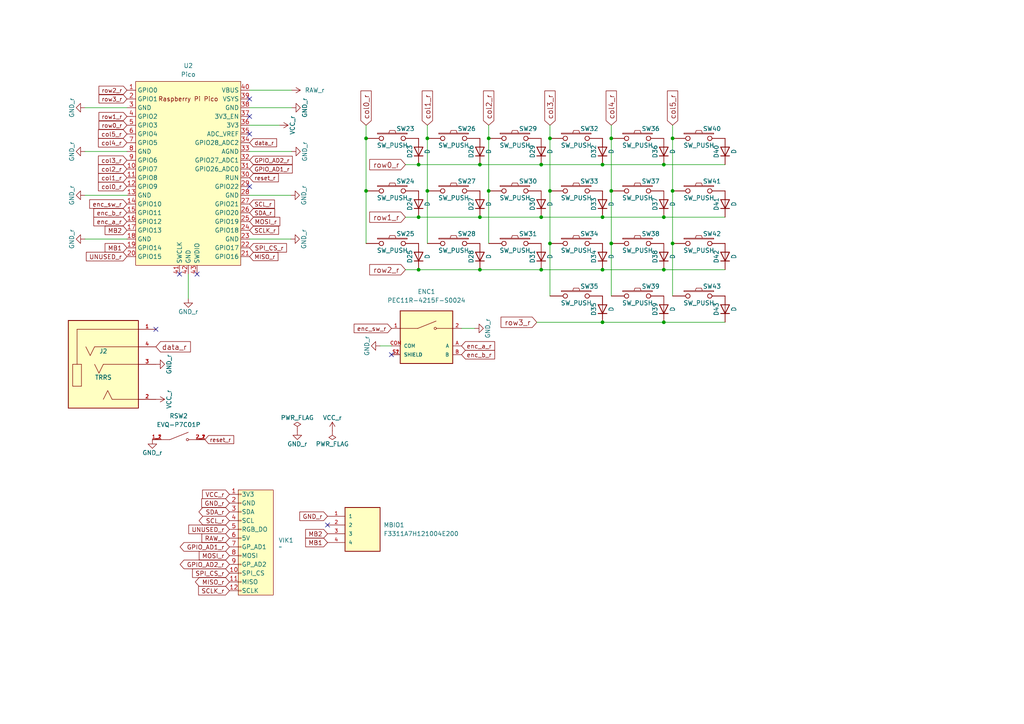
<source format=kicad_sch>
(kicad_sch (version 20250114) (generator "eeschema") (generator_version "9.0")
  (paper "A4")
  (title_block (title "Sandevistan43") (date "2025-06-10") (rev "0.2") (company "islathehut") (comment 1 "Right Side"))
  (lib_symbols
    (symbol "Device:D" (pin_numbers (hide yes)) (pin_names (offset 1.016) (hide yes))
      (property "Reference" "D" (at 0 2.54 0))
      (property "Value" "D" (at 0 -2.54 0))
      (symbol "D_0_1"
        (polyline (pts (xy -1.27 1.27) (xy -1.27 -1.27)) (stroke (width 0.254)))
        (polyline (pts (xy 1.27 1.27) (xy 1.27 -1.27) (xy -1.27 0) (xy 1.27 1.27)) (stroke (width 0.254)))
        (polyline (pts (xy 1.27 0) (xy -1.27 0)))
      )
      (symbol "D_1_1"
        (pin passive line (at -3.81 0 0) (length 2.54) (name "K") (number "1"))
        (pin passive line (at 3.81 0 180) (length 2.54) (name "A") (number "2"))
      )
    )
    (symbol "EVQ-P7C01P:EVQ-P7C01P" (pin_names (offset 1.016))
      (property "Reference" "S" (at -2.54 2.54 0))
      (property "Value" "EVQ-P7C01P" (at -2.54 -2.54 0))
      (symbol "EVQ-P7C01P_0_0"
        (polyline (pts (xy -2.54 0) (xy -5.08 0)) (stroke (width 0.1524)))
        (polyline (pts (xy -2.54 0) (xy 2.794 2.1336)) (stroke (width 0.1524)))
        (circle (center 2.54 0) (radius 0.3302) (stroke (width 0.1524)))
        (polyline (pts (xy 5.08 0) (xy 2.921 0)) (stroke (width 0.1524)))
        (pin passive line (at -7.62 0 0) (length 2.54) (name "~") (number "1_1"))
        (pin passive line (at -7.62 0 0) (length 2.54) (name "~") (number "1_2"))
        (pin passive line (at 7.62 0 180) (length 2.54) (name "~") (number "2_1"))
        (pin passive line (at 7.62 0 180) (length 2.54) (name "~") (number "2_2"))
      )
    )
    (symbol "F3311A7H121004E200:F3311A7H121004E200" (pin_names (offset 1.016))
      (property "Reference" "J" (at -5.08 5.842 0))
      (property "Value" "F3311A7H121004E200" (at -5.08 -10.16 0))
      (symbol "F3311A7H121004E200_0_0"
        (rectangle (start -5.08 -7.62) (end 5.08 5.08) (stroke (width 0.254)) (fill (type background)))
        (pin passive line (at -10.16 2.54 0) (length 5.08) (name "1") (number "1"))
        (pin passive line (at -10.16 0 0) (length 5.08) (name "2") (number "2"))
        (pin passive line (at -10.16 -2.54 0) (length 5.08) (name "3") (number "3"))
        (pin passive line (at -10.16 -5.08 0) (length 5.08) (name "4") (number "4"))
      )
    )
    (symbol "MCU_RaspberryPi_and_Boards:Pico"
      (property "Reference" "U" (at -13.97 27.94 0))
      (property "Value" "Pico" (at 0 19.05 0))
      (symbol "Pico_0_0"
        (text "Raspberry Pi Pico" (at 0 21.59 0) (effects (font (size 1.27 1.27))))
      )
      (symbol "Pico_0_1"
        (rectangle (start -15.24 26.67) (end 15.24 -26.67) (fill (type background)))
      )
      (symbol "Pico_1_1"
        (pin bidirectional line (at -17.78 24.13 0) (length 2.54) (name "GPIO0") (number "1"))
        (pin bidirectional line (at -17.78 21.59 0) (length 2.54) (name "GPIO1") (number "2"))
        (pin power_in line (at -17.78 19.05 0) (length 2.54) (name "GND") (number "3"))
        (pin bidirectional line (at -17.78 16.51 0) (length 2.54) (name "GPIO2") (number "4"))
        (pin bidirectional line (at -17.78 13.97 0) (length 2.54) (name "GPIO3") (number "5"))
        (pin bidirectional line (at -17.78 11.43 0) (length 2.54) (name "GPIO4") (number "6"))
        (pin bidirectional line (at -17.78 8.89 0) (length 2.54) (name "GPIO5") (number "7"))
        (pin power_in line (at -17.78 6.35 0) (length 2.54) (name "GND") (number "8"))
        (pin bidirectional line (at -17.78 3.81 0) (length 2.54) (name "GPIO6") (number "9"))
        (pin bidirectional line (at -17.78 1.27 0) (length 2.54) (name "GPIO7") (number "10"))
        (pin bidirectional line (at -17.78 -1.27 0) (length 2.54) (name "GPIO8") (number "11"))
        (pin bidirectional line (at -17.78 -3.81 0) (length 2.54) (name "GPIO9") (number "12"))
        (pin power_in line (at -17.78 -6.35 0) (length 2.54) (name "GND") (number "13"))
        (pin bidirectional line (at -17.78 -8.89 0) (length 2.54) (name "GPIO10") (number "14"))
        (pin bidirectional line (at -17.78 -11.43 0) (length 2.54) (name "GPIO11") (number "15"))
        (pin bidirectional line (at -17.78 -13.97 0) (length 2.54) (name "GPIO12") (number "16"))
        (pin bidirectional line (at -17.78 -16.51 0) (length 2.54) (name "GPIO13") (number "17"))
        (pin power_in line (at -17.78 -19.05 0) (length 2.54) (name "GND") (number "18"))
        (pin bidirectional line (at -17.78 -21.59 0) (length 2.54) (name "GPIO14") (number "19"))
        (pin bidirectional line (at -17.78 -24.13 0) (length 2.54) (name "GPIO15") (number "20"))
        (pin input line (at -2.54 -29.21 90) (length 2.54) (name "SWCLK") (number "41"))
        (pin power_in line (at 0 -29.21 90) (length 2.54) (name "GND") (number "42"))
        (pin bidirectional line (at 2.54 -29.21 90) (length 2.54) (name "SWDIO") (number "43"))
        (pin power_in line (at 17.78 24.13 180) (length 2.54) (name "VBUS") (number "40"))
        (pin power_in line (at 17.78 21.59 180) (length 2.54) (name "VSYS") (number "39"))
        (pin bidirectional line (at 17.78 19.05 180) (length 2.54) (name "GND") (number "38"))
        (pin input line (at 17.78 16.51 180) (length 2.54) (name "3V3_EN") (number "37"))
        (pin power_in line (at 17.78 13.97 180) (length 2.54) (name "3V3") (number "36"))
        (pin power_in line (at 17.78 11.43 180) (length 2.54) (name "ADC_VREF") (number "35"))
        (pin bidirectional line (at 17.78 8.89 180) (length 2.54) (name "GPIO28_ADC2") (number "34"))
        (pin power_in line (at 17.78 6.35 180) (length 2.54) (name "AGND") (number "33"))
        (pin bidirectional line (at 17.78 3.81 180) (length 2.54) (name "GPIO27_ADC1") (number "32"))
        (pin bidirectional line (at 17.78 1.27 180) (length 2.54) (name "GPIO26_ADC0") (number "31"))
        (pin input line (at 17.78 -1.27 180) (length 2.54) (name "RUN") (number "30"))
        (pin bidirectional line (at 17.78 -3.81 180) (length 2.54) (name "GPIO22") (number "29"))
        (pin power_in line (at 17.78 -6.35 180) (length 2.54) (name "GND") (number "28"))
        (pin bidirectional line (at 17.78 -8.89 180) (length 2.54) (name "GPIO21") (number "27"))
        (pin bidirectional line (at 17.78 -11.43 180) (length 2.54) (name "GPIO20") (number "26"))
        (pin bidirectional line (at 17.78 -13.97 180) (length 2.54) (name "GPIO19") (number "25"))
        (pin bidirectional line (at 17.78 -16.51 180) (length 2.54) (name "GPIO18") (number "24"))
        (pin power_in line (at 17.78 -19.05 180) (length 2.54) (name "GND") (number "23"))
        (pin bidirectional line (at 17.78 -21.59 180) (length 2.54) (name "GPIO17") (number "22"))
        (pin bidirectional line (at 17.78 -24.13 180) (length 2.54) (name "GPIO16") (number "21"))
      )
    )
    (symbol "PEC11R-4215F-S0024:PEC11R-4215F-S0024" (pin_names (offset 1.016))
      (property "Reference" "MT" (at -7.62 8.89 0))
      (property "Value" "PEC11R-4215F-S0024" (at -7.62 -8.89 0))
      (symbol "PEC11R-4215F-S0024_0_0"
        (rectangle (start -7.62 -7.62) (end 7.62 7.62) (stroke (width 0.254)) (fill (type background)))
        (polyline (pts (xy -2.54 2.54) (xy -7.62 2.54)) (stroke (width 0.1524)))
        (polyline (pts (xy -2.54 2.54) (xy 2.794 4.6736)) (stroke (width 0.1524)))
        (circle (center 2.54 2.54) (radius 0.3302) (stroke (width 0.1524)))
        (polyline (pts (xy 7.62 2.54) (xy 2.921 2.54)) (stroke (width 0.1524)))
        (pin passive line (at -10.16 2.54 0) (length 2.54) (name "~") (number "1"))
        (pin passive line (at -10.16 -2.54 0) (length 2.54) (name "COM") (number "COM"))
        (pin passive line (at -10.16 -5.08 0) (length 2.54) (name "SHIELD") (number "S1"))
        (pin passive line (at -10.16 -5.08 0) (length 2.54) (name "SHIELD") (number "S2"))
        (pin passive line (at 10.16 2.54 180) (length 2.54) (name "~") (number "2"))
        (pin passive line (at 10.16 -2.54 180) (length 2.54) (name "A") (number "A"))
        (pin passive line (at 10.16 -5.08 180) (length 2.54) (name "B") (number "B"))
      )
    )
    (symbol "SJ2-35954A-SMT-TR:SJ2-35954A-SMT-TR" (pin_names (offset 1.016))
      (property "Reference" "J" (at -10.1741 15.2612 0))
      (property "Value" "SJ2-35954A-SMT-TR" (at -10.1738 -17.8041 0))
      (symbol "SJ2-35954A-SMT-TR_0_0"
        (rectangle (start -10.16 -12.7) (end 10.16 12.7) (stroke (width 0.254)) (fill (type background)))
        (polyline (pts (xy -8.89 0) (xy -7.62 0)) (stroke (width 0.1524)))
        (polyline (pts (xy -8.89 -6.35) (xy -8.89 0)) (stroke (width 0.1524)))
        (polyline (pts (xy -7.62 10.16) (xy -7.62 0)) (stroke (width 0.1524)))
        (polyline (pts (xy -7.62 0) (xy -6.35 0)) (stroke (width 0.1524)))
        (polyline (pts (xy -6.35 0) (xy -6.35 -6.35)) (stroke (width 0.1524)))
        (polyline (pts (xy -6.35 -6.35) (xy -8.89 -6.35)) (stroke (width 0.1524)))
        (polyline (pts (xy -3.81 2.54) (xy -5.08 5.08)) (stroke (width 0.1524)))
        (polyline (pts (xy -2.54 5.08) (xy -3.81 2.54)) (stroke (width 0.1524)))
        (polyline (pts (xy -1.27 -2.54) (xy -2.54 0)) (stroke (width 0.1524)))
        (polyline (pts (xy 0 0) (xy -1.27 -2.54)) (stroke (width 0.1524)))
        (polyline (pts (xy 1.27 -7.62) (xy 0 -10.16)) (stroke (width 0.1524)))
        (polyline (pts (xy 2.54 -10.16) (xy 1.27 -7.62)) (stroke (width 0.1524)))
        (polyline (pts (xy 10.16 10.16) (xy -7.62 10.16)) (stroke (width 0.1524)))
        (polyline (pts (xy 10.16 5.08) (xy -2.54 5.08)) (stroke (width 0.1524)))
        (polyline (pts (xy 10.16 0) (xy 0 0)) (stroke (width 0.1524)))
        (polyline (pts (xy 10.16 -10.16) (xy 2.54 -10.16)) (stroke (width 0.1524)))
        (pin passive line (at 15.24 10.16 180) (length 5.08) (name "~") (number "1"))
        (pin passive line (at 15.24 5.08 180) (length 5.08) (name "~") (number "4"))
        (pin passive line (at 15.24 0 180) (length 5.08) (name "~") (number "3"))
        (pin passive line (at 15.24 -10.16 180) (length 5.08) (name "~") (number "2"))
      )
    )
    (symbol "kbd:SW_PUSH" (pin_numbers (hide yes)) (pin_names (offset 1.016) (hide yes))
      (property "Reference" "SW" (at 3.81 2.794 0))
      (property "Value" "SW_PUSH" (at 0 -2.032 0))
      (symbol "SW_PUSH_0_1"
        (rectangle (start -4.318 1.27) (end 4.318 1.524))
        (polyline (pts (xy -1.016 1.524) (xy -0.762 2.286) (xy 0.762 2.286) (xy 1.016 1.524)))
        (pin passive inverted (at -7.62 0 0) (length 5.08) (name "1") (number "1"))
        (pin passive inverted (at 7.62 0 180) (length 5.08) (name "2") (number "2"))
      )
    )
    (symbol "power:+5V" (power) (pin_numbers (hide yes)) (pin_names (offset 0) (hide yes))
      (property "Value" "+5V" (at 0 3.556 0))
      (symbol "+5V_0_1"
        (polyline (pts (xy -0.762 1.27) (xy 0 2.54)))
        (polyline (pts (xy 0 2.54) (xy 0.762 1.27)))
        (polyline (pts (xy 0 0) (xy 0 2.54)))
      )
      (symbol "+5V_1_1"
        (pin power_in line (at 0 0 90) (length 0) (name "~") (number "1"))
      )
    )
    (symbol "power:GND" (power) (pin_names (offset 0))
      (property "Value" "GND" (at 0 -3.81 0))
      (symbol "GND_0_1"
        (polyline (pts (xy 0 0) (xy 0 -1.27) (xy 1.27 -1.27) (xy 0 -2.54) (xy -1.27 -1.27) (xy 0 -1.27)))
      )
      (symbol "GND_1_1"
        (pin power_in line (at 0 0 270) (length 0) (hide yes) (name "GND") (number "1"))
      )
    )
    (symbol "power:PWR_FLAG" (power) (pin_numbers (hide yes)) (pin_names (offset 0) (hide yes))
      (property "Value" "PWR_FLAG" (at 0 3.81 0))
      (symbol "PWR_FLAG_0_0"
        (pin power_out line (at 0 0 90) (length 0) (name "pwr") (number "1"))
      )
      (symbol "PWR_FLAG_0_1"
        (polyline (pts (xy 0 0) (xy 0 1.27) (xy -1.016 1.905) (xy 0 2.54) (xy 1.016 1.905) (xy 0 1.27)))
      )
    )
    (symbol "power:VCC" (power) (pin_names (offset 0))
      (property "Value" "VCC" (at 0 3.81 0))
      (symbol "VCC_0_1"
        (polyline (pts (xy -0.762 1.27) (xy 0 2.54)))
        (polyline (pts (xy 0 2.54) (xy 0.762 1.27)))
        (polyline (pts (xy 0 0) (xy 0 2.54)))
      )
      (symbol "VCC_1_1"
        (pin power_in line (at 0 0 90) (length 0) (hide yes) (name "VCC") (number "1"))
      )
    )
    (symbol "vik:vik-keyboard-connector" (pin_names (offset 1))
      (property "Reference" "J" (at 0 15.875 0))
      (symbol "vik-keyboard-connector_1_1"
        (rectangle (start -5.08 13.97) (end 5.08 -16.51) (fill (type background)))
        (rectangle (start -5.0546 12.827) (end -4.191 12.573) (stroke (width 0.1)))
        (rectangle (start -5.0546 10.287) (end -4.191 10.033) (stroke (width 0.1)))
        (rectangle (start -5.0546 7.747) (end -4.191 7.493) (stroke (width 0.1)))
        (rectangle (start -5.0546 5.207) (end -4.191 4.953) (stroke (width 0.1)))
        (rectangle (start -5.0546 2.667) (end -4.191 2.413) (stroke (width 0.1)))
        (rectangle (start -5.0546 0.127) (end -4.191 -0.127) (stroke (width 0.1)))
        (rectangle (start -5.0546 -2.413) (end -4.191 -2.667) (stroke (width 0.1)))
        (rectangle (start -5.0546 -4.953) (end -4.191 -5.207) (stroke (width 0.1)))
        (rectangle (start -5.0546 -7.493) (end -4.191 -7.747) (stroke (width 0.1)))
        (rectangle (start -5.0546 -10.033) (end -4.191 -10.287) (stroke (width 0.1)))
        (rectangle (start -5.0546 -12.573) (end -4.191 -12.827) (stroke (width 0.1)))
        (rectangle (start -5.0546 -15.113) (end -4.191 -15.367) (stroke (width 0.1)))
        (pin power_in line (at -7.62 12.7 0) (length 2.54) (name "3V3") (number "1"))
        (pin power_in line (at -7.62 10.16 0) (length 2.54) (name "GND") (number "2"))
        (pin bidirectional line (at -7.62 7.62 0) (length 2.54) (name "SDA") (number "3"))
        (pin bidirectional line (at -7.62 5.08 0) (length 2.54) (name "SCL") (number "4"))
        (pin input line (at -7.62 2.54 0) (length 2.54) (name "RGB_DO") (number "5"))
        (pin power_in line (at -7.62 0 0) (length 2.54) (name "5V") (number "6"))
        (pin bidirectional line (at -7.62 -2.54 0) (length 2.54) (name "GP_AD1") (number "7"))
        (pin input line (at -7.62 -5.08 0) (length 2.54) (name "MOSI") (number "8"))
        (pin bidirectional line (at -7.62 -7.62 0) (length 2.54) (name "GP_AD2") (number "9"))
        (pin input line (at -7.62 -10.16 0) (length 2.54) (name "SPI_CS") (number "10"))
        (pin tri_state line (at -7.62 -12.7 0) (length 2.54) (name "MISO") (number "11"))
        (pin input line (at -7.62 -15.24 0) (length 2.54) (name "SCLK") (number "12"))
      )
    )
  )
  (junction (at 156.972 78.232))
  (junction (at 141.732 55.372))
  (junction (at 177.292 70.612))
  (junction (at 177.292 55.372))
  (junction (at 192.532 62.992))
  (junction (at 123.952 55.372))
  (junction (at 139.192 78.232))
  (junction (at 159.512 55.372))
  (junction (at 139.192 62.992))
  (junction (at 159.512 70.612))
  (junction (at 141.732 40.132))
  (junction (at 174.752 78.232))
  (junction (at 192.532 78.232))
  (junction (at 192.532 93.472))
  (junction (at 174.752 47.752))
  (junction (at 174.752 62.992))
  (junction (at 195.072 70.612))
  (junction (at 106.172 55.372))
  (junction (at 121.412 62.992))
  (junction (at 139.192 47.752))
  (junction (at 195.072 55.372))
  (junction (at 156.972 62.992))
  (junction (at 192.532 47.752))
  (junction (at 174.752 93.472))
  (junction (at 156.972 47.752))
  (junction (at 121.412 47.752))
  (junction (at 121.412 78.232))
  (junction (at 159.512 40.132))
  (junction (at 106.172 40.132))
  (junction (at 123.952 40.132))
  (junction (at 177.292 40.132))
  (junction (at 195.072 40.132))
  (no_connect (at 72.39 54.102))
  (no_connect (at 113.538 102.87))
  (no_connect (at 45.212 95.504))
  (no_connect (at 72.39 28.702))
  (no_connect (at 52.07 79.502))
  (no_connect (at 57.15 79.502))
  (no_connect (at 94.996 152.273))
  (no_connect (at 72.39 38.862))
  (no_connect (at 72.39 33.782))
  (wire (pts (xy 156.972 47.752) (xy 174.752 47.752)))
  (wire (pts (xy 106.172 55.372) (xy 106.172 70.612)))
  (wire (pts (xy 156.972 78.232) (xy 174.752 78.232)))
  (wire (pts (xy 139.192 47.752) (xy 156.972 47.752)))
  (wire (pts (xy 84.328 56.642) (xy 72.39 56.642)))
  (wire (pts (xy 72.39 31.242) (xy 84.582 31.242)))
  (wire (pts (xy 24.638 43.942) (xy 36.83 43.942)))
  (wire (pts (xy 123.952 55.372) (xy 123.952 70.612)))
  (wire (pts (xy 84.582 26.162) (xy 72.39 26.162)))
  (wire (pts (xy 123.952 40.132) (xy 123.952 55.372)))
  (wire (pts (xy 159.512 70.612) (xy 159.512 85.852)))
  (wire (pts (xy 195.072 36.322) (xy 195.072 40.132)))
  (wire (pts (xy 174.752 93.472) (xy 192.532 93.472)))
  (wire (pts (xy 174.752 78.232) (xy 192.532 78.232)))
  (wire (pts (xy 141.732 36.322) (xy 141.732 40.132)))
  (wire (pts (xy 192.532 93.472) (xy 210.312 93.472)))
  (wire (pts (xy 84.582 43.942) (xy 72.39 43.942)))
  (wire (pts (xy 117.602 47.752) (xy 121.412 47.752)))
  (wire (pts (xy 137.668 95.25) (xy 133.858 95.25)))
  (wire (pts (xy 117.602 62.992) (xy 121.412 62.992)))
  (wire (pts (xy 156.972 62.992) (xy 174.752 62.992)))
  (wire (pts (xy 177.292 70.612) (xy 177.292 85.852)))
  (wire (pts (xy 141.732 55.372) (xy 141.732 70.612)))
  (wire (pts (xy 192.532 62.992) (xy 210.312 62.992)))
  (wire (pts (xy 106.172 36.322) (xy 106.172 40.132)))
  (wire (pts (xy 123.952 36.322) (xy 123.952 40.132)))
  (wire (pts (xy 24.638 31.242) (xy 36.83 31.242)))
  (wire (pts (xy 177.292 55.372) (xy 177.292 70.612)))
  (wire (pts (xy 106.172 40.132) (xy 106.172 55.372)))
  (wire (pts (xy 141.732 40.132) (xy 141.732 55.372)))
  (wire (pts (xy 24.638 56.642) (xy 36.83 56.642)))
  (wire (pts (xy 110.236 100.33) (xy 113.538 100.33)))
  (wire (pts (xy 54.61 86.614) (xy 54.61 79.502)))
  (wire (pts (xy 177.292 40.132) (xy 177.292 55.372)))
  (wire (pts (xy 174.752 62.992) (xy 192.532 62.992)))
  (wire (pts (xy 192.532 78.232) (xy 210.312 78.232)))
  (wire (pts (xy 159.512 40.132) (xy 159.512 55.372)))
  (wire (pts (xy 117.602 78.232) (xy 121.412 78.232)))
  (wire (pts (xy 159.512 36.322) (xy 159.512 40.132)))
  (wire (pts (xy 195.072 40.132) (xy 195.072 55.372)))
  (wire (pts (xy 121.412 47.752) (xy 139.192 47.752)))
  (wire (pts (xy 81.026 36.322) (xy 72.39 36.322)))
  (wire (pts (xy 195.072 55.372) (xy 195.072 70.612)))
  (wire (pts (xy 195.072 70.612) (xy 195.072 85.852)))
  (wire (pts (xy 177.292 36.322) (xy 177.292 40.132)))
  (wire (pts (xy 192.532 47.752) (xy 210.312 47.752)))
  (wire (pts (xy 121.412 62.992) (xy 139.192 62.992)))
  (wire (pts (xy 139.192 62.992) (xy 156.972 62.992)))
  (wire (pts (xy 155.702 93.472) (xy 174.752 93.472)))
  (wire (pts (xy 139.192 78.232) (xy 156.972 78.232)))
  (wire (pts (xy 159.512 55.372) (xy 159.512 70.612)))
  (wire (pts (xy 24.638 69.342) (xy 36.83 69.342)))
  (wire (pts (xy 174.752 47.752) (xy 192.532 47.752)))
  (wire (pts (xy 84.328 69.342) (xy 72.39 69.342)))
  (wire (pts (xy 121.412 78.232) (xy 139.192 78.232)))
  (global_label "col4_r" (shape input) (at 177.292 36.322 90) (effects (font (size 1.524 1.524))) (property "Intersheetrefs" "${INTERSHEET_REFS}" (effects (hide yes))))
  (global_label "SDA_r" (shape bidirectional) (at 66.548 148.463 180) (property "Intersheetrefs" "${INTERSHEET_REFS}" (effects (hide yes))))
  (global_label "GND_r" (shape input) (at 66.548 145.923 180) (property "Intersheetrefs" "${INTERSHEET_REFS}" (effects (hide yes))))
  (global_label "col3_r" (shape input) (at 36.83 46.482 180) (property "Intersheetrefs" "${INTERSHEET_REFS}" (effects (hide yes))))
  (global_label "MB1" (shape input) (at 36.83 71.882 180) (property "Intersheetrefs" "${INTERSHEET_REFS}" (effects (hide yes))))
  (global_label "col2_r" (shape input) (at 141.732 36.322 90) (effects (font (size 1.524 1.524))) (property "Intersheetrefs" "${INTERSHEET_REFS}" (effects (hide yes))))
  (global_label "row2_r" (shape input) (at 36.83 26.162 180) (effects (font (size 1.1938 1.1938))) (property "Intersheetrefs" "${INTERSHEET_REFS}" (effects (hide yes))))
  (global_label "GPIO_AD1_r" (shape bidirectional) (at 66.548 158.623 180) (property "Intersheetrefs" "${INTERSHEET_REFS}" (effects (hide yes))))
  (global_label "MISO_r" (shape tri_state) (at 66.548 168.783 180) (property "Intersheetrefs" "${INTERSHEET_REFS}" (effects (hide yes))))
  (global_label "enc_a_r" (shape input) (at 133.858 100.33 0) (property "Intersheetrefs" "${INTERSHEET_REFS}" (effects (hide yes))))
  (global_label "col3_r" (shape input) (at 159.512 36.322 90) (effects (font (size 1.524 1.524))) (property "Intersheetrefs" "${INTERSHEET_REFS}" (effects (hide yes))))
  (global_label "col2_r" (shape input) (at 36.83 49.022 180) (property "Intersheetrefs" "${INTERSHEET_REFS}" (effects (hide yes))))
  (global_label "SCLK_r" (shape input) (at 72.39 66.802 0) (effects (font (size 1.1938 1.1938))) (property "Intersheetrefs" "${INTERSHEET_REFS}" (effects (hide yes))))
  (global_label "reset_r" (shape input) (at 72.39 51.562 0) (effects (font (size 1.1938 1.1938))) (property "Intersheetrefs" "${INTERSHEET_REFS}" (effects (hide yes))))
  (global_label "enc_b_r" (shape input) (at 133.858 102.87 0) (property "Intersheetrefs" "${INTERSHEET_REFS}" (effects (hide yes))))
  (global_label "enc_sw_r" (shape input) (at 36.83 59.182 180) (property "Intersheetrefs" "${INTERSHEET_REFS}" (effects (hide yes))))
  (global_label "MB2" (shape input) (at 36.83 66.802 180) (property "Intersheetrefs" "${INTERSHEET_REFS}" (effects (hide yes))))
  (global_label "SCL_r" (shape bidirectional) (at 66.548 151.003 180) (property "Intersheetrefs" "${INTERSHEET_REFS}" (effects (hide yes))))
  (global_label "enc_b_r" (shape input) (at 36.83 61.722 180) (property "Intersheetrefs" "${INTERSHEET_REFS}" (effects (hide yes))))
  (global_label "MB2" (shape input) (at 94.996 154.813 180) (property "Intersheetrefs" "${INTERSHEET_REFS}" (effects (hide yes))))
  (global_label "reset_r" (shape input) (at 59.436 127.508 0) (effects (font (size 1.1938 1.1938))) (property "Intersheetrefs" "${INTERSHEET_REFS}" (effects (hide yes))))
  (global_label "GPIO_AD2_r" (shape input) (at 72.39 46.482 0) (effects (font (size 1.1938 1.1938))) (property "Intersheetrefs" "${INTERSHEET_REFS}" (effects (hide yes))))
  (global_label "UNUSED_r" (shape input) (at 36.83 74.422 180) (property "Intersheetrefs" "${INTERSHEET_REFS}" (effects (hide yes))))
  (global_label "row0_r" (shape input) (at 36.83 36.322 180) (effects (font (size 1.1938 1.1938))) (property "Intersheetrefs" "${INTERSHEET_REFS}" (effects (hide yes))))
  (global_label "col5_r" (shape input) (at 195.072 36.322 90) (effects (font (size 1.524 1.524))) (property "Intersheetrefs" "${INTERSHEET_REFS}" (effects (hide yes))))
  (global_label "data_r" (shape input) (at 72.39 41.402 0) (effects (font (size 1.1938 1.1938))) (property "Intersheetrefs" "${INTERSHEET_REFS}" (effects (hide yes))))
  (global_label "MOSI_r" (shape input) (at 66.548 161.163 180) (property "Intersheetrefs" "${INTERSHEET_REFS}" (effects (hide yes))))
  (global_label "col1_r" (shape input) (at 123.952 36.322 90) (effects (font (size 1.524 1.524))) (property "Intersheetrefs" "${INTERSHEET_REFS}" (effects (hide yes))))
  (global_label "col1_r" (shape input) (at 36.83 51.562 180) (property "Intersheetrefs" "${INTERSHEET_REFS}" (effects (hide yes))))
  (global_label "SPI_CS_r" (shape input) (at 72.39 71.882 0) (property "Intersheetrefs" "${INTERSHEET_REFS}" (effects (hide yes))))
  (global_label "col4_r" (shape input) (at 36.83 41.402 180) (property "Intersheetrefs" "${INTERSHEET_REFS}" (effects (hide yes))))
  (global_label "row0_r" (shape input) (at 117.602 47.752 180) (effects (font (size 1.524 1.524))) (property "Intersheetrefs" "${INTERSHEET_REFS}" (effects (hide yes))))
  (global_label "GPIO_AD2_r" (shape bidirectional) (at 66.548 163.703 180) (property "Intersheetrefs" "${INTERSHEET_REFS}" (effects (hide yes))))
  (global_label "row1_r" (shape input) (at 117.602 62.992 180) (effects (font (size 1.524 1.524))) (property "Intersheetrefs" "${INTERSHEET_REFS}" (effects (hide yes))))
  (global_label "enc_sw_r" (shape input) (at 113.538 95.25 180) (property "Intersheetrefs" "${INTERSHEET_REFS}" (effects (hide yes))))
  (global_label "col0_r" (shape input) (at 36.83 54.102 180) (property "Intersheetrefs" "${INTERSHEET_REFS}" (effects (hide yes))))
  (global_label "SCL_r" (shape input) (at 72.39 59.182 0) (effects (font (size 1.1938 1.1938))) (property "Intersheetrefs" "${INTERSHEET_REFS}" (effects (hide yes))))
  (global_label "row3_r" (shape input) (at 155.702 93.472 180) (effects (font (size 1.524 1.524))) (property "Intersheetrefs" "${INTERSHEET_REFS}" (effects (hide yes))))
  (global_label "VCC_r" (shape input) (at 66.548 143.383 180) (property "Intersheetrefs" "${INTERSHEET_REFS}" (effects (hide yes))))
  (global_label "MISO_r" (shape input) (at 72.39 74.422 0) (effects (font (size 1.1938 1.1938))) (property "Intersheetrefs" "${INTERSHEET_REFS}" (effects (hide yes))))
  (global_label "data_r" (shape input) (at 45.212 100.584 0) (effects (font (size 1.524 1.524))) (property "Intersheetrefs" "${INTERSHEET_REFS}" (effects (hide yes))))
  (global_label "RAW_r" (shape input) (at 66.548 156.083 180) (property "Intersheetrefs" "${INTERSHEET_REFS}" (effects (hide yes))))
  (global_label "SPI_CS_r" (shape input) (at 66.548 166.243 180) (property "Intersheetrefs" "${INTERSHEET_REFS}" (effects (hide yes))))
  (global_label "col5_r" (shape input) (at 36.83 38.862 180) (property "Intersheetrefs" "${INTERSHEET_REFS}" (effects (hide yes))))
  (global_label "GND_r" (shape input) (at 94.996 149.733 180) (property "Intersheetrefs" "${INTERSHEET_REFS}" (effects (hide yes))))
  (global_label "row2_r" (shape input) (at 117.602 78.232 180) (effects (font (size 1.524 1.524))) (property "Intersheetrefs" "${INTERSHEET_REFS}" (effects (hide yes))))
  (global_label "SCLK_r" (shape input) (at 66.548 171.323 180) (property "Intersheetrefs" "${INTERSHEET_REFS}" (effects (hide yes))))
  (global_label "UNUSED_r" (shape input) (at 66.548 153.543 180) (property "Intersheetrefs" "${INTERSHEET_REFS}" (effects (hide yes))))
  (global_label "SDA_r" (shape input) (at 72.39 61.722 0) (effects (font (size 1.1938 1.1938))) (property "Intersheetrefs" "${INTERSHEET_REFS}" (effects (hide yes))))
  (global_label "row1_r" (shape input) (at 36.83 33.782 180) (effects (font (size 1.1938 1.1938))) (property "Intersheetrefs" "${INTERSHEET_REFS}" (effects (hide yes))))
  (global_label "MOSI_r" (shape input) (at 72.39 64.262 0) (property "Intersheetrefs" "${INTERSHEET_REFS}" (effects (hide yes))))
  (global_label "row3_r" (shape input) (at 36.83 28.702 180) (effects (font (size 1.1938 1.1938))) (property "Intersheetrefs" "${INTERSHEET_REFS}" (effects (hide yes))))
  (global_label "MB1" (shape input) (at 94.996 157.353 180) (property "Intersheetrefs" "${INTERSHEET_REFS}" (effects (hide yes))))
  (global_label "enc_a_r" (shape input) (at 36.83 64.262 180) (property "Intersheetrefs" "${INTERSHEET_REFS}" (effects (hide yes))))
  (global_label "GPIO_AD1_r" (shape input) (at 72.39 49.022 0) (effects (font (size 1.1938 1.1938))) (property "Intersheetrefs" "${INTERSHEET_REFS}" (effects (hide yes))))
  (global_label "col0_r" (shape input) (at 106.172 36.322 90) (effects (font (size 1.524 1.524))) (property "Intersheetrefs" "${INTERSHEET_REFS}" (effects (hide yes))))
  (symbol (lib_id "Device:D") (at 156.972 43.942 90) (unit 1)
    (property "Reference" "D29" (at 154.432 43.942 0))
    (property "Value" "D" (at 159.512 43.942 0))
    (property "Footprint" "Library:TH 1N4148 Diode (long)" (effects (hide yes)))
    (property "Description" "Diode" (effects (hide yes)))
    (property "Sim.Device" "D" (effects (hide yes)))
    (property "Sim.Pins" "1=K 2=A" (effects (hide yes)))
  )
  (symbol (lib_id "kbd:SW_PUSH") (at 131.572 55.372 0) (unit 1)
    (property "Reference" "SW27" (at 135.382 52.578 0))
    (property "Value" "SW_PUSH" (at 131.572 57.404 0))
    (property "Footprint" "Library:Universal Switch Footprint (1u)" (effects (hide yes)))
  )
  (symbol (lib_id "power:GND") (at 84.582 43.942 90) (unit 1)
    (property "Reference" "#PWR019" (effects (hide yes)))
    (property "Value" "GND_r" (at 88.392 43.942 0))
  )
  (symbol (lib_id "vik:vik-keyboard-connector") (at 74.168 156.083 0) (unit 1)
    (property "Reference" "VIK1" (at 80.772 156.7179 0) (effects (justify left)))
    (property "Value" "~" (at 80.772 158.623 0) (effects (justify left)))
    (property "Footprint" "vik:vik-keyboard-connector-horizontal-mini" (effects (hide yes)))
  )
  (symbol (lib_id "Device:D") (at 121.412 59.182 90) (unit 1)
    (property "Reference" "D24" (at 118.872 59.182 0))
    (property "Value" "D" (at 123.952 59.182 0))
    (property "Footprint" "Library:TH 1N4148 Diode (long)" (effects (hide yes)))
    (property "Description" "Diode" (effects (hide yes)))
    (property "Sim.Device" "D" (effects (hide yes)))
    (property "Sim.Pins" "1=K 2=A" (effects (hide yes)))
  )
  (symbol (lib_id "Device:D") (at 192.532 59.182 90) (unit 1)
    (property "Reference" "D37" (at 189.992 59.182 0))
    (property "Value" "D" (at 195.072 59.182 0))
    (property "Footprint" "Library:TH 1N4148 Diode (long)" (effects (hide yes)))
    (property "Description" "Diode" (effects (hide yes)))
    (property "Sim.Device" "D" (effects (hide yes)))
    (property "Sim.Pins" "1=K 2=A" (effects (hide yes)))
  )
  (symbol (lib_id "power:VCC") (at 96.393 124.968 0) (unit 1)
    (property "Reference" "#PWR017" (effects (hide yes)))
    (property "Value" "VCC_r" (at 96.393 121.158 0))
  )
  (symbol (lib_id "power:GND") (at 45.212 105.664 90) (unit 1)
    (property "Reference" "#PWR013" (effects (hide yes)))
    (property "Value" "GND_r" (at 49.022 105.664 0))
  )
  (symbol (lib_id "kbd:SW_PUSH") (at 149.352 70.612 0) (unit 1)
    (property "Reference" "SW31" (at 153.162 67.818 0))
    (property "Value" "SW_PUSH" (at 149.352 72.644 0))
    (property "Footprint" "Library:Universal Switch Footprint (1u)" (effects (hide yes)))
  )
  (symbol (lib_id "power:GND") (at 44.196 127.508 0) (unit 1)
    (property "Reference" "#PWR010" (effects (hide yes)))
    (property "Value" "GND_r" (at 44.196 131.318 0))
  )
  (symbol (lib_id "power:GND") (at 137.668 95.25 90) (unit 1)
    (property "Reference" "#PWR028" (effects (hide yes)))
    (property "Value" "GND_r" (at 141.478 95.25 0))
  )
  (symbol (lib_id "kbd:SW_PUSH") (at 202.692 85.852 0) (unit 1)
    (property "Reference" "SW43" (at 206.502 83.058 0))
    (property "Value" "SW_PUSH" (at 202.692 87.884 0))
    (property "Footprint" "Library:Universal Switch Footprint (1.5u)" (effects (hide yes)))
  )
  (symbol (lib_id "power:GND") (at 84.328 69.342 90) (unit 1)
    (property "Reference" "#PWR021" (effects (hide yes)))
    (property "Value" "GND_r" (at 88.138 69.342 0))
  )
  (symbol (lib_id "Device:D") (at 121.412 74.422 90) (unit 1)
    (property "Reference" "D25" (at 118.872 74.422 0))
    (property "Value" "D" (at 123.952 74.422 0))
    (property "Footprint" "Library:TH 1N4148 Diode (long)" (effects (hide yes)))
    (property "Description" "Diode" (effects (hide yes)))
    (property "Sim.Device" "D" (effects (hide yes)))
    (property "Sim.Pins" "1=K 2=A" (effects (hide yes)))
  )
  (symbol (lib_id "kbd:SW_PUSH") (at 167.132 85.852 0) (unit 1)
    (property "Reference" "SW35" (at 170.942 83.058 0))
    (property "Value" "SW_PUSH" (at 167.132 87.884 0))
    (property "Footprint" "Library:Universal Switch Footprint (1u)" (effects (hide yes)))
  )
  (symbol (lib_id "power:GND") (at 110.236 100.33 270) (mirror x) (unit 1)
    (property "Reference" "#PWR029" (effects (hide yes)))
    (property "Value" "GND_r" (at 106.426 100.33 0))
  )
  (symbol (lib_id "Device:D") (at 192.532 74.422 90) (unit 1)
    (property "Reference" "D38" (at 189.992 74.422 0))
    (property "Value" "D" (at 195.072 74.422 0))
    (property "Footprint" "Library:TH 1N4148 Diode (long)" (effects (hide yes)))
    (property "Description" "Diode" (effects (hide yes)))
    (property "Sim.Device" "D" (effects (hide yes)))
    (property "Sim.Pins" "1=K 2=A" (effects (hide yes)))
  )
  (symbol (lib_id "kbd:SW_PUSH") (at 184.912 55.372 0) (unit 1)
    (property "Reference" "SW37" (at 188.722 52.578 0))
    (property "Value" "SW_PUSH" (at 184.912 57.404 0))
    (property "Footprint" "Library:Universal Switch Footprint (1u)" (effects (hide yes)))
  )
  (symbol (lib_id "kbd:SW_PUSH") (at 113.792 40.132 0) (unit 1)
    (property "Reference" "SW23" (at 117.602 37.338 0))
    (property "Value" "SW_PUSH" (at 113.792 42.164 0))
    (property "Footprint" "Library:Universal Switch Footprint (1u)" (effects (hide yes)))
  )
  (symbol (lib_id "F3311A7H121004E200:F3311A7H121004E200") (at 105.156 152.273 0) (unit 1)
    (property "Reference" "MBIO1" (at 111.252 152.2729 0) (effects (justify left)))
    (property "Value" "F3311A7H121004E200" (at 111.252 154.8129 0) (effects (justify left)))
    (property "Footprint" "Amphenol Footprint Symbol:AMPHENOL_F3311A7H121004E200" (effects (hide yes)))
    (property "MF" "Amphenol" (effects (hide yes)))
    (property "MAXIMUM_PACKAGE_HEIGHT" "1.62mm" (effects (hide yes)))
    (property "Package" "None" (effects (hide yes)))
    (property "Price" "None" (effects (hide yes)))
    (property "Check_prices" "https://www.snapeda.com/parts/F3311A7H121004E200/Amphenol/view-part/?ref=eda" (effects (hide yes)))
    (property "STANDARD" "Manufacturer Recommendations" (effects (hide yes)))
    (property "PARTREV" "A" (effects (hide yes)))
    (property "SnapEDA_Link" "https://www.snapeda.com/parts/F3311A7H121004E200/Amphenol/view-part/?ref=snap" (effects (hide yes)))
    (property "MP" "F3311A7H121004E200" (effects (hide yes)))
    (property "Description_1" "Flex Connector, P=0.50mm, H=1.00mm, Right angle orientation, Flip type, ZIF, Double contact, point 4P" (effects (hide yes)))
    (property "MANUFACTURER" "Amphenol" (effects (hide yes)))
    (property "Availability" "In Stock" (effects (hide yes)))
    (property "SNAPEDA_PN" "F3311A7H121004E200" (effects (hide yes)))
  )
  (symbol (lib_id "Device:D") (at 174.752 89.662 90) (unit 1)
    (property "Reference" "D35" (at 172.212 89.662 0))
    (property "Value" "D" (at 177.292 89.662 0))
    (property "Footprint" "Library:TH 1N4148 Diode (long)" (effects (hide yes)))
    (property "Description" "Diode" (effects (hide yes)))
    (property "Sim.Device" "D" (effects (hide yes)))
    (property "Sim.Pins" "1=K 2=A" (effects (hide yes)))
  )
  (symbol (lib_id "Device:D") (at 121.412 43.942 90) (unit 1)
    (property "Reference" "D23" (at 118.872 43.942 0))
    (property "Value" "D" (at 123.952 43.942 0))
    (property "Footprint" "Library:TH 1N4148 Diode (long)" (effects (hide yes)))
    (property "Description" "Diode" (effects (hide yes)))
    (property "Sim.Device" "D" (effects (hide yes)))
    (property "Sim.Pins" "1=K 2=A" (effects (hide yes)))
  )
  (symbol (lib_id "Device:D") (at 139.192 74.422 90) (unit 1)
    (property "Reference" "D28" (at 136.652 74.422 0))
    (property "Value" "D" (at 141.732 74.422 0))
    (property "Footprint" "Library:TH 1N4148 Diode (long)" (effects (hide yes)))
    (property "Description" "Diode" (effects (hide yes)))
    (property "Sim.Device" "D" (effects (hide yes)))
    (property "Sim.Pins" "1=K 2=A" (effects (hide yes)))
  )
  (symbol (lib_id "SJ2-35954A-SMT-TR:SJ2-35954A-SMT-TR") (at 29.972 105.664 0) (unit 1)
    (property "Reference" "J2" (at 29.972 101.854 0))
    (property "Value" "TRRS" (at 29.972 109.474 0))
    (property "Footprint" "SJ2 35954A SMT TR:CUI_SJ2-35954A-SMT-TR" (effects (hide yes)))
    (property "MF" "Same Sky" (effects (hide yes)))
    (property "MAXIMUM_PACKAGE_HEIGHT" "5 mm" (effects (hide yes)))
    (property "Package" "None" (effects (hide yes)))
    (property "Price" "None" (effects (hide yes)))
    (property "Check_prices" "https://www.snapeda.com/parts/SJ2-35954A-SMT-TR/Same+Sky/view-part/?ref=eda" (effects (hide yes)))
    (property "STANDARD" "Manufacturer Recommendations" (effects (hide yes)))
    (property "PARTREV" "1.04" (effects (hide yes)))
    (property "SnapEDA_Link" "https://www.snapeda.com/parts/SJ2-35954A-SMT-TR/Same+Sky/view-part/?ref=snap" (effects (hide yes)))
    (property "MP" "SJ2-35954A-SMT-TR" (effects (hide yes)))
    (property "Description_1" "3.5 mm, Stereo, Right Angle, Surface Mount (SMT), 4 Conductors, 0 Internal Switches, Audio Jack Connector" (effects (hide yes)))
    (property "Availability" "In Stock" (effects (hide yes)))
    (property "MANUFACTURER" "CUI Devices" (effects (hide yes)))
  )
  (symbol (lib_id "power:GND") (at 86.233 124.968 0) (unit 1)
    (property "Reference" "#PWR016" (effects (hide yes)))
    (property "Value" "GND_r" (at 86.233 128.778 0))
  )
  (symbol (lib_id "Device:D") (at 192.532 43.942 90) (unit 1)
    (property "Reference" "D36" (at 189.992 43.942 0))
    (property "Value" "D" (at 195.072 43.942 0))
    (property "Footprint" "Library:TH 1N4148 Diode (long)" (effects (hide yes)))
    (property "Description" "Diode" (effects (hide yes)))
    (property "Sim.Device" "D" (effects (hide yes)))
    (property "Sim.Pins" "1=K 2=A" (effects (hide yes)))
  )
  (symbol (lib_id "MCU_RaspberryPi_and_Boards:Pico") (at 54.61 50.292 0) (unit 1)
    (property "Reference" "U2" (at 54.61 19.05 0))
    (property "Value" "Pico" (at 54.61 21.59 0))
    (property "Footprint" "Library:RPi_Pico_SMD_TH_no_through_holes" (effects (hide yes)))
  )
  (symbol (lib_id "kbd:SW_PUSH") (at 202.692 40.132 0) (unit 1)
    (property "Reference" "SW40" (at 206.502 37.338 0))
    (property "Value" "SW_PUSH" (at 202.692 42.164 0))
    (property "Footprint" "Library:Universal Switch Footprint (1u)" (effects (hide yes)))
  )
  (symbol (lib_id "Device:D") (at 210.312 43.942 90) (unit 1)
    (property "Reference" "D40" (at 207.772 43.942 0))
    (property "Value" "D" (at 212.852 43.942 0))
    (property "Footprint" "Library:TH 1N4148 Diode (long)" (effects (hide yes)))
    (property "Description" "Diode" (effects (hide yes)))
    (property "Sim.Device" "D" (effects (hide yes)))
    (property "Sim.Pins" "1=K 2=A" (effects (hide yes)))
  )
  (symbol (lib_id "kbd:SW_PUSH") (at 149.352 40.132 0) (unit 1)
    (property "Reference" "SW29" (at 153.162 37.338 0))
    (property "Value" "SW_PUSH" (at 149.352 42.164 0))
    (property "Footprint" "Library:Universal Switch Footprint (1u)" (effects (hide yes)))
  )
  (symbol (lib_id "Device:D") (at 156.972 74.422 90) (unit 1)
    (property "Reference" "D31" (at 154.432 74.422 0))
    (property "Value" "D" (at 159.512 74.422 0))
    (property "Footprint" "Library:TH 1N4148 Diode (long)" (effects (hide yes)))
    (property "Description" "Diode" (effects (hide yes)))
    (property "Sim.Device" "D" (effects (hide yes)))
    (property "Sim.Pins" "1=K 2=A" (effects (hide yes)))
  )
  (symbol (lib_id "power:VCC") (at 81.026 36.322 270) (unit 1)
    (property "Reference" "#PWR027" (effects (hide yes)))
    (property "Value" "VCC_r" (at 84.836 36.322 0))
  )
  (symbol (lib_id "kbd:SW_PUSH") (at 113.792 70.612 0) (unit 1)
    (property "Reference" "SW25" (at 117.602 67.818 0))
    (property "Value" "SW_PUSH" (at 113.792 72.644 0))
    (property "Footprint" "Library:Universal Switch Footprint (1u)" (effects (hide yes)))
  )
  (symbol (lib_id "power:GND") (at 24.638 43.942 270) (unit 1)
    (property "Reference" "#PWR025" (effects (hide yes)))
    (property "Value" "GND_r" (at 20.828 43.942 0))
  )
  (symbol (lib_id "Device:D") (at 192.532 89.662 90) (unit 1)
    (property "Reference" "D39" (at 189.992 89.662 0))
    (property "Value" "D" (at 195.072 89.662 0))
    (property "Footprint" "Library:TH 1N4148 Diode (long)" (effects (hide yes)))
    (property "Description" "Diode" (effects (hide yes)))
    (property "Sim.Device" "D" (effects (hide yes)))
    (property "Sim.Pins" "1=K 2=A" (effects (hide yes)))
  )
  (symbol (lib_id "kbd:SW_PUSH") (at 184.912 85.852 0) (unit 1)
    (property "Reference" "SW39" (at 188.722 83.058 0))
    (property "Value" "SW_PUSH" (at 184.912 87.884 0))
    (property "Footprint" "Library:Universal Switch Footprint (1u)" (effects (hide yes)))
  )
  (symbol (lib_id "Device:D") (at 139.192 59.182 90) (unit 1)
    (property "Reference" "D27" (at 136.652 59.182 0))
    (property "Value" "D" (at 141.732 59.182 0))
    (property "Footprint" "Library:TH 1N4148 Diode (long)" (effects (hide yes)))
    (property "Description" "Diode" (effects (hide yes)))
    (property "Sim.Device" "D" (effects (hide yes)))
    (property "Sim.Pins" "1=K 2=A" (effects (hide yes)))
  )
  (symbol (lib_id "power:+5V") (at 84.582 26.162 270) (unit 1)
    (property "Reference" "#PWR01" (effects (hide yes)))
    (property "Value" "RAW_r" (at 88.392 26.1619 90) (effects (justify left)))
    (property "Description" "Power symbol creates a global label with name \"+5V\"" (effects (hide yes)))
  )
  (symbol (lib_id "EVQ-P7C01P:EVQ-P7C01P") (at 51.816 127.508 0) (unit 1)
    (property "Reference" "RSW2" (at 51.816 120.65 0))
    (property "Value" "EVQ-P7C01P" (at 51.816 123.19 0))
    (property "Footprint" "EVQ-P7C01P:SW_EVQ-P7C01P" (effects (hide yes)))
    (property "MF" "Panasonic" (effects (hide yes)))
    (property "MAXIMUM_PACKAGE_HEIGHT" "1.35mm" (effects (hide yes)))
    (property "Package" "None" (effects (hide yes)))
    (property "Price" "None" (effects (hide yes)))
    (property "Check_prices" "https://www.snapeda.com/parts/EVQP7C01P/Panasonic/view-part/?ref=eda" (effects (hide yes)))
    (property "STANDARD" "Manufacturer Recommendations" (effects (hide yes)))
    (property "PARTREV" "2022.4" (effects (hide yes)))
    (property "SnapEDA_Link" "https://www.snapeda.com/parts/EVQP7C01P/Panasonic/view-part/?ref=snap" (effects (hide yes)))
    (property "MP" "EVQP7C01P" (effects (hide yes)))
    (property "Description_1" "TACTILE SW, SPST-NO, 0.05A, 12V, SMD; Product Range:EVQP7 Series; Actuator Orientation:Side Actuated; Switch Mounting:SMD; Actuator Style:Rectangular Button; Actuating Force:220gf; Contact Rating:50mA at 12VDC; Switch Dimensions (L xRoHS Compliant: Yes" (effects (hide yes)))
    (property "Availability" "In Stock" (effects (hide yes)))
    (property "MANUFACTURER" "Panasonic Electronic Components" (effects (hide yes)))
  )
  (symbol (lib_id "Device:D") (at 139.192 43.942 90) (unit 1)
    (property "Reference" "D26" (at 136.652 43.942 0))
    (property "Value" "D" (at 141.732 43.942 0))
    (property "Footprint" "Library:TH 1N4148 Diode (long)" (effects (hide yes)))
    (property "Description" "Diode" (effects (hide yes)))
    (property "Sim.Device" "D" (effects (hide yes)))
    (property "Sim.Pins" "1=K 2=A" (effects (hide yes)))
  )
  (symbol (lib_id "kbd:SW_PUSH") (at 184.912 70.612 0) (unit 1)
    (property "Reference" "SW38" (at 188.722 67.818 0))
    (property "Value" "SW_PUSH" (at 184.912 72.644 0))
    (property "Footprint" "Library:Universal Switch Footprint (1u)" (effects (hide yes)))
  )
  (symbol (lib_id "Device:D") (at 174.752 43.942 90) (unit 1)
    (property "Reference" "D32" (at 172.212 43.942 0))
    (property "Value" "D" (at 177.292 43.942 0))
    (property "Footprint" "Library:TH 1N4148 Diode (long)" (effects (hide yes)))
    (property "Description" "Diode" (effects (hide yes)))
    (property "Sim.Device" "D" (effects (hide yes)))
    (property "Sim.Pins" "1=K 2=A" (effects (hide yes)))
  )
  (symbol (lib_id "kbd:SW_PUSH") (at 184.912 40.132 0) (unit 1)
    (property "Reference" "SW36" (at 188.722 37.338 0))
    (property "Value" "SW_PUSH" (at 184.912 42.164 0))
    (property "Footprint" "Library:Universal Switch Footprint (1u)" (effects (hide yes)))
  )
  (symbol (lib_id "Device:D") (at 156.972 59.182 90) (unit 1)
    (property "Reference" "D30" (at 154.432 59.182 0))
    (property "Value" "D" (at 159.512 59.182 0))
    (property "Footprint" "Library:TH 1N4148 Diode (long)" (effects (hide yes)))
    (property "Description" "Diode" (effects (hide yes)))
    (property "Sim.Device" "D" (effects (hide yes)))
    (property "Sim.Pins" "1=K 2=A" (effects (hide yes)))
  )
  (symbol (lib_id "power:PWR_FLAG") (at 86.233 124.968 0) (unit 1)
    (property "Reference" "#FLG03" (effects (hide yes)))
    (property "Value" "PWR_FLAG" (at 86.233 121.158 0))
  )
  (symbol (lib_id "kbd:SW_PUSH") (at 167.132 40.132 0) (unit 1)
    (property "Reference" "SW32" (at 170.942 37.338 0))
    (property "Value" "SW_PUSH" (at 167.132 42.164 0))
    (property "Footprint" "Library:Universal Switch Footprint (1u)" (effects (hide yes)))
  )
  (symbol (lib_id "kbd:SW_PUSH") (at 167.132 70.612 0) (unit 1)
    (property "Reference" "SW34" (at 170.942 67.818 0))
    (property "Value" "SW_PUSH" (at 167.132 72.644 0))
    (property "Footprint" "Library:Universal Switch Footprint (1u)" (effects (hide yes)))
  )
  (symbol (lib_id "power:GND") (at 24.638 69.342 270) (unit 1)
    (property "Reference" "#PWR023" (effects (hide yes)))
    (property "Value" "GND_r" (at 20.828 69.342 0))
  )
  (symbol (lib_id "kbd:SW_PUSH") (at 202.692 70.612 0) (unit 1)
    (property "Reference" "SW42" (at 206.502 67.818 0))
    (property "Value" "SW_PUSH" (at 202.692 72.644 0))
    (property "Footprint" "Library:Universal Switch Footprint (1u)" (effects (hide yes)))
  )
  (symbol (lib_id "power:GND") (at 54.61 86.614 0) (unit 1)
    (property "Reference" "#PWR022" (effects (hide yes)))
    (property "Value" "GND_r" (at 54.61 90.424 0))
  )
  (symbol (lib_id "Device:D") (at 210.312 74.422 90) (unit 1)
    (property "Reference" "D42" (at 207.772 74.422 0))
    (property "Value" "D" (at 212.852 74.422 0))
    (property "Footprint" "Library:TH 1N4148 Diode (long)" (effects (hide yes)))
    (property "Description" "Diode" (effects (hide yes)))
    (property "Sim.Device" "D" (effects (hide yes)))
    (property "Sim.Pins" "1=K 2=A" (effects (hide yes)))
  )
  (symbol (lib_id "kbd:SW_PUSH") (at 131.572 40.132 0) (unit 1)
    (property "Reference" "SW26" (at 135.382 37.338 0))
    (property "Value" "SW_PUSH" (at 131.572 42.164 0))
    (property "Footprint" "Library:Universal Switch Footprint (1u)" (effects (hide yes)))
  )
  (symbol (lib_id "power:PWR_FLAG") (at 96.393 124.968 180) (unit 1)
    (property "Reference" "#FLG04" (effects (hide yes)))
    (property "Value" "PWR_FLAG" (at 96.393 128.778 0))
  )
  (symbol (lib_id "power:GND") (at 24.638 31.242 270) (unit 1)
    (property "Reference" "#PWR026" (effects (hide yes)))
    (property "Value" "GND_r" (at 20.828 31.242 0))
  )
  (symbol (lib_id "power:GND") (at 84.582 31.242 90) (unit 1)
    (property "Reference" "#PWR018" (effects (hide yes)))
    (property "Value" "GND_r" (at 88.392 31.242 0))
  )
  (symbol (lib_id "kbd:SW_PUSH") (at 131.572 70.612 0) (unit 1)
    (property "Reference" "SW28" (at 135.382 67.818 0))
    (property "Value" "SW_PUSH" (at 131.572 72.644 0))
    (property "Footprint" "Library:Universal Switch Footprint (1u)" (effects (hide yes)))
  )
  (symbol (lib_id "kbd:SW_PUSH") (at 202.692 55.372 0) (unit 1)
    (property "Reference" "SW41" (at 206.502 52.578 0))
    (property "Value" "SW_PUSH" (at 202.692 57.404 0))
    (property "Footprint" "Library:Universal Switch Footprint (1u)" (effects (hide yes)))
  )
  (symbol (lib_id "PEC11R-4215F-S0024:PEC11R-4215F-S0024") (at 123.698 97.79 0) (unit 1)
    (property "Reference" "ENC1" (at 123.698 84.582 0))
    (property "Value" "PEC11R-4215F-S0024" (at 123.698 87.122 0))
    (property "Footprint" "Library:PEC11R_23mm_knob" (effects (hide yes)))
    (property "MF" "Bourns" (effects (hide yes)))
    (property "MAXIMUM_PACKAGE_HEIGHT" "21.5 mm" (effects (hide yes)))
    (property "Package" "None" (effects (hide yes)))
    (property "Price" "None" (effects (hide yes)))
    (property "Check_prices" "https://www.snapeda.com/parts/PEC11R-4215F-S0024/Bourns/view-part/?ref=eda" (effects (hide yes)))
    (property "STANDARD" "Manufacturer Recommendations" (effects (hide yes)))
    (property "PARTREV" "Rev. 09/19" (effects (hide yes)))
    (property "SnapEDA_Link" "https://www.snapeda.com/parts/PEC11R-4215F-S0024/Bourns/view-part/?ref=snap" (effects (hide yes)))
    (property "MP" "PEC11R-4215F-S0024" (effects (hide yes)))
    (property "Description_1" "Encoder,Rotary,24 Detents,15 mm, Shaft,Switch | Bourns PEC11R-4215F-S0024" (effects (hide yes)))
    (property "Availability" "In Stock" (effects (hide yes)))
    (property "MANUFACTURER" "J.W.Miller/Bourns" (effects (hide yes)))
  )
  (symbol (lib_id "Device:D") (at 210.312 89.662 90) (unit 1)
    (property "Reference" "D43" (at 207.772 89.662 0))
    (property "Value" "D" (at 212.852 89.662 0))
    (property "Footprint" "Library:TH 1N4148 Diode (long)" (effects (hide yes)))
    (property "Description" "Diode" (effects (hide yes)))
    (property "Sim.Device" "D" (effects (hide yes)))
    (property "Sim.Pins" "1=K 2=A" (effects (hide yes)))
  )
  (symbol (lib_id "kbd:SW_PUSH") (at 113.792 55.372 0) (unit 1)
    (property "Reference" "SW24" (at 117.602 52.578 0))
    (property "Value" "SW_PUSH" (at 113.792 57.404 0))
    (property "Footprint" "Library:Universal Switch Footprint (1u)" (effects (hide yes)))
  )
  (symbol (lib_id "power:GND") (at 84.328 56.642 90) (unit 1)
    (property "Reference" "#PWR020" (effects (hide yes)))
    (property "Value" "GND_r" (at 88.138 56.642 0))
  )
  (symbol (lib_id "Device:D") (at 174.752 59.182 90) (unit 1)
    (property "Reference" "D33" (at 172.212 59.182 0))
    (property "Value" "D" (at 177.292 59.182 0))
    (property "Footprint" "Library:TH 1N4148 Diode (long)" (effects (hide yes)))
    (property "Description" "Diode" (effects (hide yes)))
    (property "Sim.Device" "D" (effects (hide yes)))
    (property "Sim.Pins" "1=K 2=A" (effects (hide yes)))
  )
  (symbol (lib_id "power:VCC") (at 45.212 115.824 270) (unit 1)
    (property "Reference" "#PWR012" (effects (hide yes)))
    (property "Value" "VCC_r" (at 49.022 115.824 0))
  )
  (symbol (lib_id "power:GND") (at 24.638 56.642 270) (unit 1)
    (property "Reference" "#PWR024" (effects (hide yes)))
    (property "Value" "GND_r" (at 20.828 56.642 0))
  )
  (symbol (lib_id "kbd:SW_PUSH") (at 167.132 55.372 0) (unit 1)
    (property "Reference" "SW33" (at 170.942 52.578 0))
    (property "Value" "SW_PUSH" (at 167.132 57.404 0))
    (property "Footprint" "Library:Universal Switch Footprint (1u)" (effects (hide yes)))
  )
  (symbol (lib_id "kbd:SW_PUSH") (at 149.352 55.372 0) (unit 1)
    (property "Reference" "SW30" (at 153.162 52.578 0))
    (property "Value" "SW_PUSH" (at 149.352 57.404 0))
    (property "Footprint" "Library:Universal Switch Footprint (1u)" (effects (hide yes)))
  )
  (symbol (lib_id "Device:D") (at 174.752 74.422 90) (unit 1)
    (property "Reference" "D34" (at 172.212 74.422 0))
    (property "Value" "D" (at 177.292 74.422 0))
    (property "Footprint" "Library:TH 1N4148 Diode (long)" (effects (hide yes)))
    (property "Description" "Diode" (effects (hide yes)))
    (property "Sim.Device" "D" (effects (hide yes)))
    (property "Sim.Pins" "1=K 2=A" (effects (hide yes)))
  )
  (symbol (lib_id "Device:D") (at 210.312 59.182 90) (unit 1)
    (property "Reference" "D41" (at 207.772 59.182 0))
    (property "Value" "D" (at 212.852 59.182 0))
    (property "Footprint" "Library:TH 1N4148 Diode (long)" (effects (hide yes)))
    (property "Description" "Diode" (effects (hide yes)))
    (property "Sim.Device" "D" (effects (hide yes)))
    (property "Sim.Pins" "1=K 2=A" (effects (hide yes)))
  )
)
</source>
